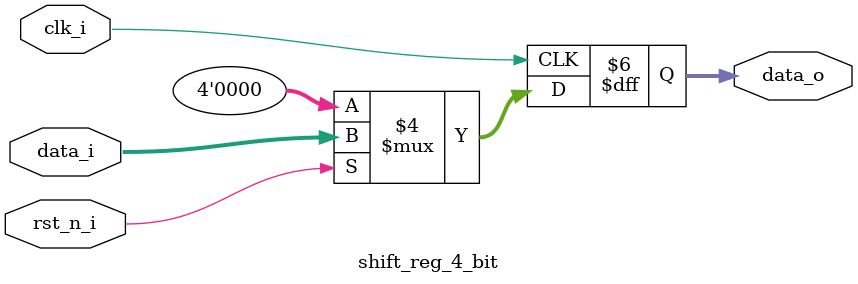
<source format=v>
module shift_reg_4_bit
(
  input wire          clk_i,
  input wire          rst_n_i,
  input wire  [3:0]   data_i,
  output reg  [3:0]   data_o
);

always @(posedge clk_i)
begin
  if (rst_n_i == 1'b0)
  begin
    data_o <= 4'b0000;
  end else
  begin
    data_o <= data_i;
  end
end

endmodule

</source>
